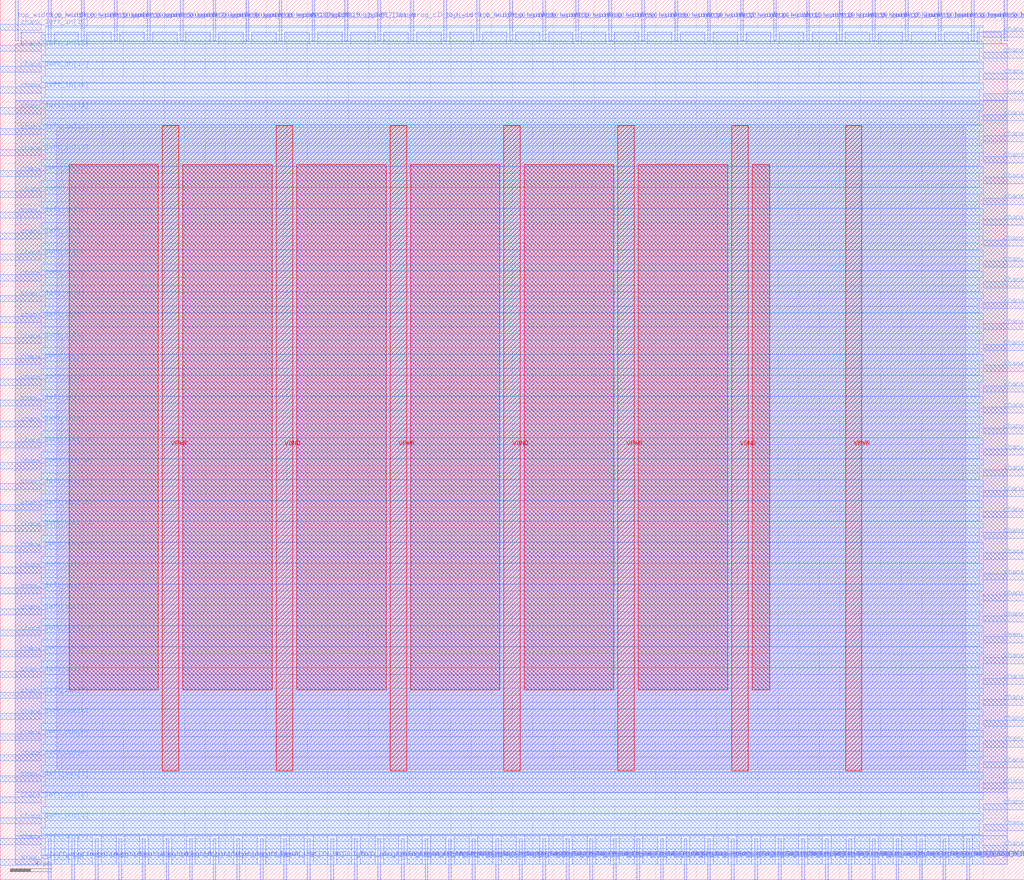
<source format=lef>
VERSION 5.7 ;
  NOWIREEXTENSIONATPIN ON ;
  DIVIDERCHAR "/" ;
  BUSBITCHARS "[]" ;
MACRO cbx_1__0_
  CLASS BLOCK ;
  FOREIGN cbx_1__0_ ;
  ORIGIN 0.000 0.000 ;
  SIZE 100.000 BY 86.000 ;
  PIN IO_ISOL_N
    DIRECTION INPUT ;
    USE SIGNAL ;
    PORT
      LAYER met2 ;
        RECT 36.890 82.000 37.170 86.000 ;
    END
  END IO_ISOL_N
  PIN SC_IN_BOT
    DIRECTION INPUT ;
    USE SIGNAL ;
    PORT
      LAYER met2 ;
        RECT 29.990 0.000 30.270 4.000 ;
    END
  END SC_IN_BOT
  PIN SC_IN_TOP
    DIRECTION INPUT ;
    USE SIGNAL ;
    PORT
      LAYER met2 ;
        RECT 30.450 82.000 30.730 86.000 ;
    END
  END SC_IN_TOP
  PIN SC_OUT_BOT
    DIRECTION OUTPUT TRISTATE ;
    USE SIGNAL ;
    PORT
      LAYER met2 ;
        RECT 32.290 0.000 32.570 4.000 ;
    END
  END SC_OUT_BOT
  PIN SC_OUT_TOP
    DIRECTION OUTPUT TRISTATE ;
    USE SIGNAL ;
    PORT
      LAYER met2 ;
        RECT 33.670 82.000 33.950 86.000 ;
    END
  END SC_OUT_TOP
  PIN VGND
    DIRECTION INOUT ;
    USE GROUND ;
    PORT
      LAYER met4 ;
        RECT 26.960 10.640 28.560 73.680 ;
    END
    PORT
      LAYER met4 ;
        RECT 49.200 10.640 50.800 73.680 ;
    END
    PORT
      LAYER met4 ;
        RECT 71.440 10.640 73.040 73.680 ;
    END
  END VGND
  PIN VPWR
    DIRECTION INOUT ;
    USE POWER ;
    PORT
      LAYER met4 ;
        RECT 15.840 10.640 17.440 73.680 ;
    END
    PORT
      LAYER met4 ;
        RECT 38.080 10.640 39.680 73.680 ;
    END
    PORT
      LAYER met4 ;
        RECT 60.320 10.640 61.920 73.680 ;
    END
    PORT
      LAYER met4 ;
        RECT 82.560 10.640 84.160 73.680 ;
    END
  END VPWR
  PIN bottom_grid_pin_0_
    DIRECTION OUTPUT TRISTATE ;
    USE SIGNAL ;
    PORT
      LAYER met2 ;
        RECT 4.690 0.000 4.970 4.000 ;
    END
  END bottom_grid_pin_0_
  PIN bottom_grid_pin_10_
    DIRECTION OUTPUT TRISTATE ;
    USE SIGNAL ;
    PORT
      LAYER met2 ;
        RECT 16.190 0.000 16.470 4.000 ;
    END
  END bottom_grid_pin_10_
  PIN bottom_grid_pin_12_
    DIRECTION OUTPUT TRISTATE ;
    USE SIGNAL ;
    PORT
      LAYER met2 ;
        RECT 18.490 0.000 18.770 4.000 ;
    END
  END bottom_grid_pin_12_
  PIN bottom_grid_pin_14_
    DIRECTION OUTPUT TRISTATE ;
    USE SIGNAL ;
    PORT
      LAYER met2 ;
        RECT 20.790 0.000 21.070 4.000 ;
    END
  END bottom_grid_pin_14_
  PIN bottom_grid_pin_16_
    DIRECTION OUTPUT TRISTATE ;
    USE SIGNAL ;
    PORT
      LAYER met2 ;
        RECT 23.090 0.000 23.370 4.000 ;
    END
  END bottom_grid_pin_16_
  PIN bottom_grid_pin_2_
    DIRECTION OUTPUT TRISTATE ;
    USE SIGNAL ;
    PORT
      LAYER met2 ;
        RECT 6.990 0.000 7.270 4.000 ;
    END
  END bottom_grid_pin_2_
  PIN bottom_grid_pin_4_
    DIRECTION OUTPUT TRISTATE ;
    USE SIGNAL ;
    PORT
      LAYER met2 ;
        RECT 9.290 0.000 9.570 4.000 ;
    END
  END bottom_grid_pin_4_
  PIN bottom_grid_pin_6_
    DIRECTION OUTPUT TRISTATE ;
    USE SIGNAL ;
    PORT
      LAYER met2 ;
        RECT 11.590 0.000 11.870 4.000 ;
    END
  END bottom_grid_pin_6_
  PIN bottom_grid_pin_8_
    DIRECTION OUTPUT TRISTATE ;
    USE SIGNAL ;
    PORT
      LAYER met2 ;
        RECT 13.890 0.000 14.170 4.000 ;
    END
  END bottom_grid_pin_8_
  PIN ccff_head
    DIRECTION INPUT ;
    USE SIGNAL ;
    PORT
      LAYER met2 ;
        RECT 25.390 0.000 25.670 4.000 ;
    END
  END ccff_head
  PIN ccff_tail
    DIRECTION OUTPUT TRISTATE ;
    USE SIGNAL ;
    PORT
      LAYER met2 ;
        RECT 27.690 0.000 27.970 4.000 ;
    END
  END ccff_tail
  PIN chanx_left_in[0]
    DIRECTION INPUT ;
    USE SIGNAL ;
    PORT
      LAYER met3 ;
        RECT 0.000 44.240 4.000 44.840 ;
    END
  END chanx_left_in[0]
  PIN chanx_left_in[10]
    DIRECTION INPUT ;
    USE SIGNAL ;
    PORT
      LAYER met3 ;
        RECT 0.000 64.640 4.000 65.240 ;
    END
  END chanx_left_in[10]
  PIN chanx_left_in[11]
    DIRECTION INPUT ;
    USE SIGNAL ;
    PORT
      LAYER met3 ;
        RECT 0.000 66.680 4.000 67.280 ;
    END
  END chanx_left_in[11]
  PIN chanx_left_in[12]
    DIRECTION INPUT ;
    USE SIGNAL ;
    PORT
      LAYER met3 ;
        RECT 0.000 68.720 4.000 69.320 ;
    END
  END chanx_left_in[12]
  PIN chanx_left_in[13]
    DIRECTION INPUT ;
    USE SIGNAL ;
    PORT
      LAYER met3 ;
        RECT 0.000 70.760 4.000 71.360 ;
    END
  END chanx_left_in[13]
  PIN chanx_left_in[14]
    DIRECTION INPUT ;
    USE SIGNAL ;
    PORT
      LAYER met3 ;
        RECT 0.000 72.800 4.000 73.400 ;
    END
  END chanx_left_in[14]
  PIN chanx_left_in[15]
    DIRECTION INPUT ;
    USE SIGNAL ;
    PORT
      LAYER met3 ;
        RECT 0.000 74.840 4.000 75.440 ;
    END
  END chanx_left_in[15]
  PIN chanx_left_in[16]
    DIRECTION INPUT ;
    USE SIGNAL ;
    PORT
      LAYER met3 ;
        RECT 0.000 76.880 4.000 77.480 ;
    END
  END chanx_left_in[16]
  PIN chanx_left_in[17]
    DIRECTION INPUT ;
    USE SIGNAL ;
    PORT
      LAYER met3 ;
        RECT 0.000 78.920 4.000 79.520 ;
    END
  END chanx_left_in[17]
  PIN chanx_left_in[18]
    DIRECTION INPUT ;
    USE SIGNAL ;
    PORT
      LAYER met3 ;
        RECT 0.000 80.960 4.000 81.560 ;
    END
  END chanx_left_in[18]
  PIN chanx_left_in[19]
    DIRECTION INPUT ;
    USE SIGNAL ;
    PORT
      LAYER met3 ;
        RECT 0.000 83.000 4.000 83.600 ;
    END
  END chanx_left_in[19]
  PIN chanx_left_in[1]
    DIRECTION INPUT ;
    USE SIGNAL ;
    PORT
      LAYER met3 ;
        RECT 0.000 46.280 4.000 46.880 ;
    END
  END chanx_left_in[1]
  PIN chanx_left_in[2]
    DIRECTION INPUT ;
    USE SIGNAL ;
    PORT
      LAYER met3 ;
        RECT 0.000 48.320 4.000 48.920 ;
    END
  END chanx_left_in[2]
  PIN chanx_left_in[3]
    DIRECTION INPUT ;
    USE SIGNAL ;
    PORT
      LAYER met3 ;
        RECT 0.000 50.360 4.000 50.960 ;
    END
  END chanx_left_in[3]
  PIN chanx_left_in[4]
    DIRECTION INPUT ;
    USE SIGNAL ;
    PORT
      LAYER met3 ;
        RECT 0.000 52.400 4.000 53.000 ;
    END
  END chanx_left_in[4]
  PIN chanx_left_in[5]
    DIRECTION INPUT ;
    USE SIGNAL ;
    PORT
      LAYER met3 ;
        RECT 0.000 54.440 4.000 55.040 ;
    END
  END chanx_left_in[5]
  PIN chanx_left_in[6]
    DIRECTION INPUT ;
    USE SIGNAL ;
    PORT
      LAYER met3 ;
        RECT 0.000 56.480 4.000 57.080 ;
    END
  END chanx_left_in[6]
  PIN chanx_left_in[7]
    DIRECTION INPUT ;
    USE SIGNAL ;
    PORT
      LAYER met3 ;
        RECT 0.000 58.520 4.000 59.120 ;
    END
  END chanx_left_in[7]
  PIN chanx_left_in[8]
    DIRECTION INPUT ;
    USE SIGNAL ;
    PORT
      LAYER met3 ;
        RECT 0.000 60.560 4.000 61.160 ;
    END
  END chanx_left_in[8]
  PIN chanx_left_in[9]
    DIRECTION INPUT ;
    USE SIGNAL ;
    PORT
      LAYER met3 ;
        RECT 0.000 62.600 4.000 63.200 ;
    END
  END chanx_left_in[9]
  PIN chanx_left_out[0]
    DIRECTION OUTPUT TRISTATE ;
    USE SIGNAL ;
    PORT
      LAYER met3 ;
        RECT 0.000 3.440 4.000 4.040 ;
    END
  END chanx_left_out[0]
  PIN chanx_left_out[10]
    DIRECTION OUTPUT TRISTATE ;
    USE SIGNAL ;
    PORT
      LAYER met3 ;
        RECT 0.000 23.840 4.000 24.440 ;
    END
  END chanx_left_out[10]
  PIN chanx_left_out[11]
    DIRECTION OUTPUT TRISTATE ;
    USE SIGNAL ;
    PORT
      LAYER met3 ;
        RECT 0.000 25.880 4.000 26.480 ;
    END
  END chanx_left_out[11]
  PIN chanx_left_out[12]
    DIRECTION OUTPUT TRISTATE ;
    USE SIGNAL ;
    PORT
      LAYER met3 ;
        RECT 0.000 27.920 4.000 28.520 ;
    END
  END chanx_left_out[12]
  PIN chanx_left_out[13]
    DIRECTION OUTPUT TRISTATE ;
    USE SIGNAL ;
    PORT
      LAYER met3 ;
        RECT 0.000 29.960 4.000 30.560 ;
    END
  END chanx_left_out[13]
  PIN chanx_left_out[14]
    DIRECTION OUTPUT TRISTATE ;
    USE SIGNAL ;
    PORT
      LAYER met3 ;
        RECT 0.000 32.000 4.000 32.600 ;
    END
  END chanx_left_out[14]
  PIN chanx_left_out[15]
    DIRECTION OUTPUT TRISTATE ;
    USE SIGNAL ;
    PORT
      LAYER met3 ;
        RECT 0.000 34.040 4.000 34.640 ;
    END
  END chanx_left_out[15]
  PIN chanx_left_out[16]
    DIRECTION OUTPUT TRISTATE ;
    USE SIGNAL ;
    PORT
      LAYER met3 ;
        RECT 0.000 36.080 4.000 36.680 ;
    END
  END chanx_left_out[16]
  PIN chanx_left_out[17]
    DIRECTION OUTPUT TRISTATE ;
    USE SIGNAL ;
    PORT
      LAYER met3 ;
        RECT 0.000 38.120 4.000 38.720 ;
    END
  END chanx_left_out[17]
  PIN chanx_left_out[18]
    DIRECTION OUTPUT TRISTATE ;
    USE SIGNAL ;
    PORT
      LAYER met3 ;
        RECT 0.000 40.160 4.000 40.760 ;
    END
  END chanx_left_out[18]
  PIN chanx_left_out[19]
    DIRECTION OUTPUT TRISTATE ;
    USE SIGNAL ;
    PORT
      LAYER met3 ;
        RECT 0.000 42.200 4.000 42.800 ;
    END
  END chanx_left_out[19]
  PIN chanx_left_out[1]
    DIRECTION OUTPUT TRISTATE ;
    USE SIGNAL ;
    PORT
      LAYER met3 ;
        RECT 0.000 5.480 4.000 6.080 ;
    END
  END chanx_left_out[1]
  PIN chanx_left_out[2]
    DIRECTION OUTPUT TRISTATE ;
    USE SIGNAL ;
    PORT
      LAYER met3 ;
        RECT 0.000 7.520 4.000 8.120 ;
    END
  END chanx_left_out[2]
  PIN chanx_left_out[3]
    DIRECTION OUTPUT TRISTATE ;
    USE SIGNAL ;
    PORT
      LAYER met3 ;
        RECT 0.000 9.560 4.000 10.160 ;
    END
  END chanx_left_out[3]
  PIN chanx_left_out[4]
    DIRECTION OUTPUT TRISTATE ;
    USE SIGNAL ;
    PORT
      LAYER met3 ;
        RECT 0.000 11.600 4.000 12.200 ;
    END
  END chanx_left_out[4]
  PIN chanx_left_out[5]
    DIRECTION OUTPUT TRISTATE ;
    USE SIGNAL ;
    PORT
      LAYER met3 ;
        RECT 0.000 13.640 4.000 14.240 ;
    END
  END chanx_left_out[5]
  PIN chanx_left_out[6]
    DIRECTION OUTPUT TRISTATE ;
    USE SIGNAL ;
    PORT
      LAYER met3 ;
        RECT 0.000 15.680 4.000 16.280 ;
    END
  END chanx_left_out[6]
  PIN chanx_left_out[7]
    DIRECTION OUTPUT TRISTATE ;
    USE SIGNAL ;
    PORT
      LAYER met3 ;
        RECT 0.000 17.720 4.000 18.320 ;
    END
  END chanx_left_out[7]
  PIN chanx_left_out[8]
    DIRECTION OUTPUT TRISTATE ;
    USE SIGNAL ;
    PORT
      LAYER met3 ;
        RECT 0.000 19.760 4.000 20.360 ;
    END
  END chanx_left_out[8]
  PIN chanx_left_out[9]
    DIRECTION OUTPUT TRISTATE ;
    USE SIGNAL ;
    PORT
      LAYER met3 ;
        RECT 0.000 21.800 4.000 22.400 ;
    END
  END chanx_left_out[9]
  PIN chanx_right_in[0]
    DIRECTION INPUT ;
    USE SIGNAL ;
    PORT
      LAYER met3 ;
        RECT 96.000 43.560 100.000 44.160 ;
    END
  END chanx_right_in[0]
  PIN chanx_right_in[10]
    DIRECTION INPUT ;
    USE SIGNAL ;
    PORT
      LAYER met3 ;
        RECT 96.000 63.960 100.000 64.560 ;
    END
  END chanx_right_in[10]
  PIN chanx_right_in[11]
    DIRECTION INPUT ;
    USE SIGNAL ;
    PORT
      LAYER met3 ;
        RECT 96.000 66.000 100.000 66.600 ;
    END
  END chanx_right_in[11]
  PIN chanx_right_in[12]
    DIRECTION INPUT ;
    USE SIGNAL ;
    PORT
      LAYER met3 ;
        RECT 96.000 68.040 100.000 68.640 ;
    END
  END chanx_right_in[12]
  PIN chanx_right_in[13]
    DIRECTION INPUT ;
    USE SIGNAL ;
    PORT
      LAYER met3 ;
        RECT 96.000 70.080 100.000 70.680 ;
    END
  END chanx_right_in[13]
  PIN chanx_right_in[14]
    DIRECTION INPUT ;
    USE SIGNAL ;
    PORT
      LAYER met3 ;
        RECT 96.000 72.120 100.000 72.720 ;
    END
  END chanx_right_in[14]
  PIN chanx_right_in[15]
    DIRECTION INPUT ;
    USE SIGNAL ;
    PORT
      LAYER met3 ;
        RECT 96.000 74.160 100.000 74.760 ;
    END
  END chanx_right_in[15]
  PIN chanx_right_in[16]
    DIRECTION INPUT ;
    USE SIGNAL ;
    PORT
      LAYER met3 ;
        RECT 96.000 76.200 100.000 76.800 ;
    END
  END chanx_right_in[16]
  PIN chanx_right_in[17]
    DIRECTION INPUT ;
    USE SIGNAL ;
    PORT
      LAYER met3 ;
        RECT 96.000 78.240 100.000 78.840 ;
    END
  END chanx_right_in[17]
  PIN chanx_right_in[18]
    DIRECTION INPUT ;
    USE SIGNAL ;
    PORT
      LAYER met3 ;
        RECT 96.000 80.280 100.000 80.880 ;
    END
  END chanx_right_in[18]
  PIN chanx_right_in[19]
    DIRECTION INPUT ;
    USE SIGNAL ;
    PORT
      LAYER met3 ;
        RECT 96.000 82.320 100.000 82.920 ;
    END
  END chanx_right_in[19]
  PIN chanx_right_in[1]
    DIRECTION INPUT ;
    USE SIGNAL ;
    PORT
      LAYER met3 ;
        RECT 96.000 45.600 100.000 46.200 ;
    END
  END chanx_right_in[1]
  PIN chanx_right_in[2]
    DIRECTION INPUT ;
    USE SIGNAL ;
    PORT
      LAYER met3 ;
        RECT 96.000 47.640 100.000 48.240 ;
    END
  END chanx_right_in[2]
  PIN chanx_right_in[3]
    DIRECTION INPUT ;
    USE SIGNAL ;
    PORT
      LAYER met3 ;
        RECT 96.000 49.680 100.000 50.280 ;
    END
  END chanx_right_in[3]
  PIN chanx_right_in[4]
    DIRECTION INPUT ;
    USE SIGNAL ;
    PORT
      LAYER met3 ;
        RECT 96.000 51.720 100.000 52.320 ;
    END
  END chanx_right_in[4]
  PIN chanx_right_in[5]
    DIRECTION INPUT ;
    USE SIGNAL ;
    PORT
      LAYER met3 ;
        RECT 96.000 53.760 100.000 54.360 ;
    END
  END chanx_right_in[5]
  PIN chanx_right_in[6]
    DIRECTION INPUT ;
    USE SIGNAL ;
    PORT
      LAYER met3 ;
        RECT 96.000 55.800 100.000 56.400 ;
    END
  END chanx_right_in[6]
  PIN chanx_right_in[7]
    DIRECTION INPUT ;
    USE SIGNAL ;
    PORT
      LAYER met3 ;
        RECT 96.000 57.840 100.000 58.440 ;
    END
  END chanx_right_in[7]
  PIN chanx_right_in[8]
    DIRECTION INPUT ;
    USE SIGNAL ;
    PORT
      LAYER met3 ;
        RECT 96.000 59.880 100.000 60.480 ;
    END
  END chanx_right_in[8]
  PIN chanx_right_in[9]
    DIRECTION INPUT ;
    USE SIGNAL ;
    PORT
      LAYER met3 ;
        RECT 96.000 61.920 100.000 62.520 ;
    END
  END chanx_right_in[9]
  PIN chanx_right_out[0]
    DIRECTION OUTPUT TRISTATE ;
    USE SIGNAL ;
    PORT
      LAYER met3 ;
        RECT 96.000 2.760 100.000 3.360 ;
    END
  END chanx_right_out[0]
  PIN chanx_right_out[10]
    DIRECTION OUTPUT TRISTATE ;
    USE SIGNAL ;
    PORT
      LAYER met3 ;
        RECT 96.000 23.160 100.000 23.760 ;
    END
  END chanx_right_out[10]
  PIN chanx_right_out[11]
    DIRECTION OUTPUT TRISTATE ;
    USE SIGNAL ;
    PORT
      LAYER met3 ;
        RECT 96.000 25.200 100.000 25.800 ;
    END
  END chanx_right_out[11]
  PIN chanx_right_out[12]
    DIRECTION OUTPUT TRISTATE ;
    USE SIGNAL ;
    PORT
      LAYER met3 ;
        RECT 96.000 27.240 100.000 27.840 ;
    END
  END chanx_right_out[12]
  PIN chanx_right_out[13]
    DIRECTION OUTPUT TRISTATE ;
    USE SIGNAL ;
    PORT
      LAYER met3 ;
        RECT 96.000 29.280 100.000 29.880 ;
    END
  END chanx_right_out[13]
  PIN chanx_right_out[14]
    DIRECTION OUTPUT TRISTATE ;
    USE SIGNAL ;
    PORT
      LAYER met3 ;
        RECT 96.000 31.320 100.000 31.920 ;
    END
  END chanx_right_out[14]
  PIN chanx_right_out[15]
    DIRECTION OUTPUT TRISTATE ;
    USE SIGNAL ;
    PORT
      LAYER met3 ;
        RECT 96.000 33.360 100.000 33.960 ;
    END
  END chanx_right_out[15]
  PIN chanx_right_out[16]
    DIRECTION OUTPUT TRISTATE ;
    USE SIGNAL ;
    PORT
      LAYER met3 ;
        RECT 96.000 35.400 100.000 36.000 ;
    END
  END chanx_right_out[16]
  PIN chanx_right_out[17]
    DIRECTION OUTPUT TRISTATE ;
    USE SIGNAL ;
    PORT
      LAYER met3 ;
        RECT 96.000 37.440 100.000 38.040 ;
    END
  END chanx_right_out[17]
  PIN chanx_right_out[18]
    DIRECTION OUTPUT TRISTATE ;
    USE SIGNAL ;
    PORT
      LAYER met3 ;
        RECT 96.000 39.480 100.000 40.080 ;
    END
  END chanx_right_out[18]
  PIN chanx_right_out[19]
    DIRECTION OUTPUT TRISTATE ;
    USE SIGNAL ;
    PORT
      LAYER met3 ;
        RECT 96.000 41.520 100.000 42.120 ;
    END
  END chanx_right_out[19]
  PIN chanx_right_out[1]
    DIRECTION OUTPUT TRISTATE ;
    USE SIGNAL ;
    PORT
      LAYER met3 ;
        RECT 96.000 4.800 100.000 5.400 ;
    END
  END chanx_right_out[1]
  PIN chanx_right_out[2]
    DIRECTION OUTPUT TRISTATE ;
    USE SIGNAL ;
    PORT
      LAYER met3 ;
        RECT 96.000 6.840 100.000 7.440 ;
    END
  END chanx_right_out[2]
  PIN chanx_right_out[3]
    DIRECTION OUTPUT TRISTATE ;
    USE SIGNAL ;
    PORT
      LAYER met3 ;
        RECT 96.000 8.880 100.000 9.480 ;
    END
  END chanx_right_out[3]
  PIN chanx_right_out[4]
    DIRECTION OUTPUT TRISTATE ;
    USE SIGNAL ;
    PORT
      LAYER met3 ;
        RECT 96.000 10.920 100.000 11.520 ;
    END
  END chanx_right_out[4]
  PIN chanx_right_out[5]
    DIRECTION OUTPUT TRISTATE ;
    USE SIGNAL ;
    PORT
      LAYER met3 ;
        RECT 96.000 12.960 100.000 13.560 ;
    END
  END chanx_right_out[5]
  PIN chanx_right_out[6]
    DIRECTION OUTPUT TRISTATE ;
    USE SIGNAL ;
    PORT
      LAYER met3 ;
        RECT 96.000 15.000 100.000 15.600 ;
    END
  END chanx_right_out[6]
  PIN chanx_right_out[7]
    DIRECTION OUTPUT TRISTATE ;
    USE SIGNAL ;
    PORT
      LAYER met3 ;
        RECT 96.000 17.040 100.000 17.640 ;
    END
  END chanx_right_out[7]
  PIN chanx_right_out[8]
    DIRECTION OUTPUT TRISTATE ;
    USE SIGNAL ;
    PORT
      LAYER met3 ;
        RECT 96.000 19.080 100.000 19.680 ;
    END
  END chanx_right_out[8]
  PIN chanx_right_out[9]
    DIRECTION OUTPUT TRISTATE ;
    USE SIGNAL ;
    PORT
      LAYER met3 ;
        RECT 96.000 21.120 100.000 21.720 ;
    END
  END chanx_right_out[9]
  PIN gfpga_pad_EMBEDDED_IO_HD_SOC_DIR[0]
    DIRECTION OUTPUT TRISTATE ;
    USE SIGNAL ;
    PORT
      LAYER met2 ;
        RECT 34.590 0.000 34.870 4.000 ;
    END
  END gfpga_pad_EMBEDDED_IO_HD_SOC_DIR[0]
  PIN gfpga_pad_EMBEDDED_IO_HD_SOC_DIR[1]
    DIRECTION OUTPUT TRISTATE ;
    USE SIGNAL ;
    PORT
      LAYER met2 ;
        RECT 36.890 0.000 37.170 4.000 ;
    END
  END gfpga_pad_EMBEDDED_IO_HD_SOC_DIR[1]
  PIN gfpga_pad_EMBEDDED_IO_HD_SOC_DIR[2]
    DIRECTION OUTPUT TRISTATE ;
    USE SIGNAL ;
    PORT
      LAYER met2 ;
        RECT 39.190 0.000 39.470 4.000 ;
    END
  END gfpga_pad_EMBEDDED_IO_HD_SOC_DIR[2]
  PIN gfpga_pad_EMBEDDED_IO_HD_SOC_DIR[3]
    DIRECTION OUTPUT TRISTATE ;
    USE SIGNAL ;
    PORT
      LAYER met2 ;
        RECT 41.490 0.000 41.770 4.000 ;
    END
  END gfpga_pad_EMBEDDED_IO_HD_SOC_DIR[3]
  PIN gfpga_pad_EMBEDDED_IO_HD_SOC_DIR[4]
    DIRECTION OUTPUT TRISTATE ;
    USE SIGNAL ;
    PORT
      LAYER met2 ;
        RECT 43.790 0.000 44.070 4.000 ;
    END
  END gfpga_pad_EMBEDDED_IO_HD_SOC_DIR[4]
  PIN gfpga_pad_EMBEDDED_IO_HD_SOC_DIR[5]
    DIRECTION OUTPUT TRISTATE ;
    USE SIGNAL ;
    PORT
      LAYER met2 ;
        RECT 46.090 0.000 46.370 4.000 ;
    END
  END gfpga_pad_EMBEDDED_IO_HD_SOC_DIR[5]
  PIN gfpga_pad_EMBEDDED_IO_HD_SOC_DIR[6]
    DIRECTION OUTPUT TRISTATE ;
    USE SIGNAL ;
    PORT
      LAYER met2 ;
        RECT 48.390 0.000 48.670 4.000 ;
    END
  END gfpga_pad_EMBEDDED_IO_HD_SOC_DIR[6]
  PIN gfpga_pad_EMBEDDED_IO_HD_SOC_DIR[7]
    DIRECTION OUTPUT TRISTATE ;
    USE SIGNAL ;
    PORT
      LAYER met2 ;
        RECT 50.690 0.000 50.970 4.000 ;
    END
  END gfpga_pad_EMBEDDED_IO_HD_SOC_DIR[7]
  PIN gfpga_pad_EMBEDDED_IO_HD_SOC_DIR[8]
    DIRECTION OUTPUT TRISTATE ;
    USE SIGNAL ;
    PORT
      LAYER met2 ;
        RECT 52.990 0.000 53.270 4.000 ;
    END
  END gfpga_pad_EMBEDDED_IO_HD_SOC_DIR[8]
  PIN gfpga_pad_EMBEDDED_IO_HD_SOC_IN[0]
    DIRECTION INPUT ;
    USE SIGNAL ;
    PORT
      LAYER met2 ;
        RECT 55.290 0.000 55.570 4.000 ;
    END
  END gfpga_pad_EMBEDDED_IO_HD_SOC_IN[0]
  PIN gfpga_pad_EMBEDDED_IO_HD_SOC_IN[1]
    DIRECTION INPUT ;
    USE SIGNAL ;
    PORT
      LAYER met2 ;
        RECT 57.590 0.000 57.870 4.000 ;
    END
  END gfpga_pad_EMBEDDED_IO_HD_SOC_IN[1]
  PIN gfpga_pad_EMBEDDED_IO_HD_SOC_IN[2]
    DIRECTION INPUT ;
    USE SIGNAL ;
    PORT
      LAYER met2 ;
        RECT 59.890 0.000 60.170 4.000 ;
    END
  END gfpga_pad_EMBEDDED_IO_HD_SOC_IN[2]
  PIN gfpga_pad_EMBEDDED_IO_HD_SOC_IN[3]
    DIRECTION INPUT ;
    USE SIGNAL ;
    PORT
      LAYER met2 ;
        RECT 62.190 0.000 62.470 4.000 ;
    END
  END gfpga_pad_EMBEDDED_IO_HD_SOC_IN[3]
  PIN gfpga_pad_EMBEDDED_IO_HD_SOC_IN[4]
    DIRECTION INPUT ;
    USE SIGNAL ;
    PORT
      LAYER met2 ;
        RECT 64.490 0.000 64.770 4.000 ;
    END
  END gfpga_pad_EMBEDDED_IO_HD_SOC_IN[4]
  PIN gfpga_pad_EMBEDDED_IO_HD_SOC_IN[5]
    DIRECTION INPUT ;
    USE SIGNAL ;
    PORT
      LAYER met2 ;
        RECT 66.790 0.000 67.070 4.000 ;
    END
  END gfpga_pad_EMBEDDED_IO_HD_SOC_IN[5]
  PIN gfpga_pad_EMBEDDED_IO_HD_SOC_IN[6]
    DIRECTION INPUT ;
    USE SIGNAL ;
    PORT
      LAYER met2 ;
        RECT 69.090 0.000 69.370 4.000 ;
    END
  END gfpga_pad_EMBEDDED_IO_HD_SOC_IN[6]
  PIN gfpga_pad_EMBEDDED_IO_HD_SOC_IN[7]
    DIRECTION INPUT ;
    USE SIGNAL ;
    PORT
      LAYER met2 ;
        RECT 71.390 0.000 71.670 4.000 ;
    END
  END gfpga_pad_EMBEDDED_IO_HD_SOC_IN[7]
  PIN gfpga_pad_EMBEDDED_IO_HD_SOC_IN[8]
    DIRECTION INPUT ;
    USE SIGNAL ;
    PORT
      LAYER met2 ;
        RECT 73.690 0.000 73.970 4.000 ;
    END
  END gfpga_pad_EMBEDDED_IO_HD_SOC_IN[8]
  PIN gfpga_pad_EMBEDDED_IO_HD_SOC_OUT[0]
    DIRECTION OUTPUT TRISTATE ;
    USE SIGNAL ;
    PORT
      LAYER met2 ;
        RECT 75.990 0.000 76.270 4.000 ;
    END
  END gfpga_pad_EMBEDDED_IO_HD_SOC_OUT[0]
  PIN gfpga_pad_EMBEDDED_IO_HD_SOC_OUT[1]
    DIRECTION OUTPUT TRISTATE ;
    USE SIGNAL ;
    PORT
      LAYER met2 ;
        RECT 78.290 0.000 78.570 4.000 ;
    END
  END gfpga_pad_EMBEDDED_IO_HD_SOC_OUT[1]
  PIN gfpga_pad_EMBEDDED_IO_HD_SOC_OUT[2]
    DIRECTION OUTPUT TRISTATE ;
    USE SIGNAL ;
    PORT
      LAYER met2 ;
        RECT 80.590 0.000 80.870 4.000 ;
    END
  END gfpga_pad_EMBEDDED_IO_HD_SOC_OUT[2]
  PIN gfpga_pad_EMBEDDED_IO_HD_SOC_OUT[3]
    DIRECTION OUTPUT TRISTATE ;
    USE SIGNAL ;
    PORT
      LAYER met2 ;
        RECT 82.890 0.000 83.170 4.000 ;
    END
  END gfpga_pad_EMBEDDED_IO_HD_SOC_OUT[3]
  PIN gfpga_pad_EMBEDDED_IO_HD_SOC_OUT[4]
    DIRECTION OUTPUT TRISTATE ;
    USE SIGNAL ;
    PORT
      LAYER met2 ;
        RECT 85.190 0.000 85.470 4.000 ;
    END
  END gfpga_pad_EMBEDDED_IO_HD_SOC_OUT[4]
  PIN gfpga_pad_EMBEDDED_IO_HD_SOC_OUT[5]
    DIRECTION OUTPUT TRISTATE ;
    USE SIGNAL ;
    PORT
      LAYER met2 ;
        RECT 87.490 0.000 87.770 4.000 ;
    END
  END gfpga_pad_EMBEDDED_IO_HD_SOC_OUT[5]
  PIN gfpga_pad_EMBEDDED_IO_HD_SOC_OUT[6]
    DIRECTION OUTPUT TRISTATE ;
    USE SIGNAL ;
    PORT
      LAYER met2 ;
        RECT 89.790 0.000 90.070 4.000 ;
    END
  END gfpga_pad_EMBEDDED_IO_HD_SOC_OUT[6]
  PIN gfpga_pad_EMBEDDED_IO_HD_SOC_OUT[7]
    DIRECTION OUTPUT TRISTATE ;
    USE SIGNAL ;
    PORT
      LAYER met2 ;
        RECT 92.090 0.000 92.370 4.000 ;
    END
  END gfpga_pad_EMBEDDED_IO_HD_SOC_OUT[7]
  PIN gfpga_pad_EMBEDDED_IO_HD_SOC_OUT[8]
    DIRECTION OUTPUT TRISTATE ;
    USE SIGNAL ;
    PORT
      LAYER met2 ;
        RECT 94.390 0.000 94.670 4.000 ;
    END
  END gfpga_pad_EMBEDDED_IO_HD_SOC_OUT[8]
  PIN prog_clk_0_N_in
    DIRECTION INPUT ;
    USE SIGNAL ;
    PORT
      LAYER met2 ;
        RECT 40.110 82.000 40.390 86.000 ;
    END
  END prog_clk_0_N_in
  PIN prog_clk_0_W_out
    DIRECTION OUTPUT TRISTATE ;
    USE SIGNAL ;
    PORT
      LAYER met3 ;
        RECT 0.000 1.400 4.000 2.000 ;
    END
  END prog_clk_0_W_out
  PIN top_width_0_height_0__pin_0_
    DIRECTION INPUT ;
    USE SIGNAL ;
    PORT
      LAYER met2 ;
        RECT 43.330 82.000 43.610 86.000 ;
    END
  END top_width_0_height_0__pin_0_
  PIN top_width_0_height_0__pin_10_
    DIRECTION INPUT ;
    USE SIGNAL ;
    PORT
      LAYER met2 ;
        RECT 59.430 82.000 59.710 86.000 ;
    END
  END top_width_0_height_0__pin_10_
  PIN top_width_0_height_0__pin_11_lower
    DIRECTION OUTPUT TRISTATE ;
    USE SIGNAL ;
    PORT
      LAYER met2 ;
        RECT 98.070 82.000 98.350 86.000 ;
    END
  END top_width_0_height_0__pin_11_lower
  PIN top_width_0_height_0__pin_11_upper
    DIRECTION OUTPUT TRISTATE ;
    USE SIGNAL ;
    PORT
      LAYER met2 ;
        RECT 17.570 82.000 17.850 86.000 ;
    END
  END top_width_0_height_0__pin_11_upper
  PIN top_width_0_height_0__pin_12_
    DIRECTION INPUT ;
    USE SIGNAL ;
    PORT
      LAYER met2 ;
        RECT 62.650 82.000 62.930 86.000 ;
    END
  END top_width_0_height_0__pin_12_
  PIN top_width_0_height_0__pin_13_lower
    DIRECTION OUTPUT TRISTATE ;
    USE SIGNAL ;
    PORT
      LAYER met2 ;
        RECT 72.310 82.000 72.590 86.000 ;
    END
  END top_width_0_height_0__pin_13_lower
  PIN top_width_0_height_0__pin_13_upper
    DIRECTION OUTPUT TRISTATE ;
    USE SIGNAL ;
    PORT
      LAYER met2 ;
        RECT 20.790 82.000 21.070 86.000 ;
    END
  END top_width_0_height_0__pin_13_upper
  PIN top_width_0_height_0__pin_14_
    DIRECTION INPUT ;
    USE SIGNAL ;
    PORT
      LAYER met2 ;
        RECT 65.870 82.000 66.150 86.000 ;
    END
  END top_width_0_height_0__pin_14_
  PIN top_width_0_height_0__pin_15_lower
    DIRECTION OUTPUT TRISTATE ;
    USE SIGNAL ;
    PORT
      LAYER met2 ;
        RECT 75.530 82.000 75.810 86.000 ;
    END
  END top_width_0_height_0__pin_15_lower
  PIN top_width_0_height_0__pin_15_upper
    DIRECTION OUTPUT TRISTATE ;
    USE SIGNAL ;
    PORT
      LAYER met2 ;
        RECT 24.010 82.000 24.290 86.000 ;
    END
  END top_width_0_height_0__pin_15_upper
  PIN top_width_0_height_0__pin_16_
    DIRECTION INPUT ;
    USE SIGNAL ;
    PORT
      LAYER met2 ;
        RECT 69.090 82.000 69.370 86.000 ;
    END
  END top_width_0_height_0__pin_16_
  PIN top_width_0_height_0__pin_17_lower
    DIRECTION OUTPUT TRISTATE ;
    USE SIGNAL ;
    PORT
      LAYER met2 ;
        RECT 78.750 82.000 79.030 86.000 ;
    END
  END top_width_0_height_0__pin_17_lower
  PIN top_width_0_height_0__pin_17_upper
    DIRECTION OUTPUT TRISTATE ;
    USE SIGNAL ;
    PORT
      LAYER met2 ;
        RECT 27.230 82.000 27.510 86.000 ;
    END
  END top_width_0_height_0__pin_17_upper
  PIN top_width_0_height_0__pin_1_lower
    DIRECTION OUTPUT TRISTATE ;
    USE SIGNAL ;
    PORT
      LAYER met2 ;
        RECT 81.970 82.000 82.250 86.000 ;
    END
  END top_width_0_height_0__pin_1_lower
  PIN top_width_0_height_0__pin_1_upper
    DIRECTION OUTPUT TRISTATE ;
    USE SIGNAL ;
    PORT
      LAYER met2 ;
        RECT 1.470 82.000 1.750 86.000 ;
    END
  END top_width_0_height_0__pin_1_upper
  PIN top_width_0_height_0__pin_2_
    DIRECTION INPUT ;
    USE SIGNAL ;
    PORT
      LAYER met2 ;
        RECT 46.550 82.000 46.830 86.000 ;
    END
  END top_width_0_height_0__pin_2_
  PIN top_width_0_height_0__pin_3_lower
    DIRECTION OUTPUT TRISTATE ;
    USE SIGNAL ;
    PORT
      LAYER met2 ;
        RECT 85.190 82.000 85.470 86.000 ;
    END
  END top_width_0_height_0__pin_3_lower
  PIN top_width_0_height_0__pin_3_upper
    DIRECTION OUTPUT TRISTATE ;
    USE SIGNAL ;
    PORT
      LAYER met2 ;
        RECT 4.690 82.000 4.970 86.000 ;
    END
  END top_width_0_height_0__pin_3_upper
  PIN top_width_0_height_0__pin_4_
    DIRECTION INPUT ;
    USE SIGNAL ;
    PORT
      LAYER met2 ;
        RECT 49.770 82.000 50.050 86.000 ;
    END
  END top_width_0_height_0__pin_4_
  PIN top_width_0_height_0__pin_5_lower
    DIRECTION OUTPUT TRISTATE ;
    USE SIGNAL ;
    PORT
      LAYER met2 ;
        RECT 88.410 82.000 88.690 86.000 ;
    END
  END top_width_0_height_0__pin_5_lower
  PIN top_width_0_height_0__pin_5_upper
    DIRECTION OUTPUT TRISTATE ;
    USE SIGNAL ;
    PORT
      LAYER met2 ;
        RECT 7.910 82.000 8.190 86.000 ;
    END
  END top_width_0_height_0__pin_5_upper
  PIN top_width_0_height_0__pin_6_
    DIRECTION INPUT ;
    USE SIGNAL ;
    PORT
      LAYER met2 ;
        RECT 52.990 82.000 53.270 86.000 ;
    END
  END top_width_0_height_0__pin_6_
  PIN top_width_0_height_0__pin_7_lower
    DIRECTION OUTPUT TRISTATE ;
    USE SIGNAL ;
    PORT
      LAYER met2 ;
        RECT 91.630 82.000 91.910 86.000 ;
    END
  END top_width_0_height_0__pin_7_lower
  PIN top_width_0_height_0__pin_7_upper
    DIRECTION OUTPUT TRISTATE ;
    USE SIGNAL ;
    PORT
      LAYER met2 ;
        RECT 11.130 82.000 11.410 86.000 ;
    END
  END top_width_0_height_0__pin_7_upper
  PIN top_width_0_height_0__pin_8_
    DIRECTION INPUT ;
    USE SIGNAL ;
    PORT
      LAYER met2 ;
        RECT 56.210 82.000 56.490 86.000 ;
    END
  END top_width_0_height_0__pin_8_
  PIN top_width_0_height_0__pin_9_lower
    DIRECTION OUTPUT TRISTATE ;
    USE SIGNAL ;
    PORT
      LAYER met2 ;
        RECT 94.850 82.000 95.130 86.000 ;
    END
  END top_width_0_height_0__pin_9_lower
  PIN top_width_0_height_0__pin_9_upper
    DIRECTION OUTPUT TRISTATE ;
    USE SIGNAL ;
    PORT
      LAYER met2 ;
        RECT 14.350 82.000 14.630 86.000 ;
    END
  END top_width_0_height_0__pin_9_upper
  OBS
      LAYER li1 ;
        RECT 5.520 10.795 94.300 73.525 ;
      LAYER met1 ;
        RECT 1.450 8.540 98.370 76.120 ;
      LAYER met2 ;
        RECT 2.030 81.720 4.410 82.805 ;
        RECT 5.250 81.720 7.630 82.805 ;
        RECT 8.470 81.720 10.850 82.805 ;
        RECT 11.690 81.720 14.070 82.805 ;
        RECT 14.910 81.720 17.290 82.805 ;
        RECT 18.130 81.720 20.510 82.805 ;
        RECT 21.350 81.720 23.730 82.805 ;
        RECT 24.570 81.720 26.950 82.805 ;
        RECT 27.790 81.720 30.170 82.805 ;
        RECT 31.010 81.720 33.390 82.805 ;
        RECT 34.230 81.720 36.610 82.805 ;
        RECT 37.450 81.720 39.830 82.805 ;
        RECT 40.670 81.720 43.050 82.805 ;
        RECT 43.890 81.720 46.270 82.805 ;
        RECT 47.110 81.720 49.490 82.805 ;
        RECT 50.330 81.720 52.710 82.805 ;
        RECT 53.550 81.720 55.930 82.805 ;
        RECT 56.770 81.720 59.150 82.805 ;
        RECT 59.990 81.720 62.370 82.805 ;
        RECT 63.210 81.720 65.590 82.805 ;
        RECT 66.430 81.720 68.810 82.805 ;
        RECT 69.650 81.720 72.030 82.805 ;
        RECT 72.870 81.720 75.250 82.805 ;
        RECT 76.090 81.720 78.470 82.805 ;
        RECT 79.310 81.720 81.690 82.805 ;
        RECT 82.530 81.720 84.910 82.805 ;
        RECT 85.750 81.720 88.130 82.805 ;
        RECT 88.970 81.720 91.350 82.805 ;
        RECT 92.190 81.720 94.570 82.805 ;
        RECT 95.410 81.720 97.790 82.805 ;
        RECT 1.480 4.280 98.340 81.720 ;
        RECT 1.480 1.515 4.410 4.280 ;
        RECT 5.250 1.515 6.710 4.280 ;
        RECT 7.550 1.515 9.010 4.280 ;
        RECT 9.850 1.515 11.310 4.280 ;
        RECT 12.150 1.515 13.610 4.280 ;
        RECT 14.450 1.515 15.910 4.280 ;
        RECT 16.750 1.515 18.210 4.280 ;
        RECT 19.050 1.515 20.510 4.280 ;
        RECT 21.350 1.515 22.810 4.280 ;
        RECT 23.650 1.515 25.110 4.280 ;
        RECT 25.950 1.515 27.410 4.280 ;
        RECT 28.250 1.515 29.710 4.280 ;
        RECT 30.550 1.515 32.010 4.280 ;
        RECT 32.850 1.515 34.310 4.280 ;
        RECT 35.150 1.515 36.610 4.280 ;
        RECT 37.450 1.515 38.910 4.280 ;
        RECT 39.750 1.515 41.210 4.280 ;
        RECT 42.050 1.515 43.510 4.280 ;
        RECT 44.350 1.515 45.810 4.280 ;
        RECT 46.650 1.515 48.110 4.280 ;
        RECT 48.950 1.515 50.410 4.280 ;
        RECT 51.250 1.515 52.710 4.280 ;
        RECT 53.550 1.515 55.010 4.280 ;
        RECT 55.850 1.515 57.310 4.280 ;
        RECT 58.150 1.515 59.610 4.280 ;
        RECT 60.450 1.515 61.910 4.280 ;
        RECT 62.750 1.515 64.210 4.280 ;
        RECT 65.050 1.515 66.510 4.280 ;
        RECT 67.350 1.515 68.810 4.280 ;
        RECT 69.650 1.515 71.110 4.280 ;
        RECT 71.950 1.515 73.410 4.280 ;
        RECT 74.250 1.515 75.710 4.280 ;
        RECT 76.550 1.515 78.010 4.280 ;
        RECT 78.850 1.515 80.310 4.280 ;
        RECT 81.150 1.515 82.610 4.280 ;
        RECT 83.450 1.515 84.910 4.280 ;
        RECT 85.750 1.515 87.210 4.280 ;
        RECT 88.050 1.515 89.510 4.280 ;
        RECT 90.350 1.515 91.810 4.280 ;
        RECT 92.650 1.515 94.110 4.280 ;
        RECT 94.950 1.515 98.340 4.280 ;
      LAYER met3 ;
        RECT 4.400 83.320 96.000 83.450 ;
        RECT 4.400 82.600 95.600 83.320 ;
        RECT 4.000 81.960 95.600 82.600 ;
        RECT 4.400 81.920 95.600 81.960 ;
        RECT 4.400 81.280 96.000 81.920 ;
        RECT 4.400 80.560 95.600 81.280 ;
        RECT 4.000 79.920 95.600 80.560 ;
        RECT 4.400 79.880 95.600 79.920 ;
        RECT 4.400 79.240 96.000 79.880 ;
        RECT 4.400 78.520 95.600 79.240 ;
        RECT 4.000 77.880 95.600 78.520 ;
        RECT 4.400 77.840 95.600 77.880 ;
        RECT 4.400 77.200 96.000 77.840 ;
        RECT 4.400 76.480 95.600 77.200 ;
        RECT 4.000 75.840 95.600 76.480 ;
        RECT 4.400 75.800 95.600 75.840 ;
        RECT 4.400 75.160 96.000 75.800 ;
        RECT 4.400 74.440 95.600 75.160 ;
        RECT 4.000 73.800 95.600 74.440 ;
        RECT 4.400 73.760 95.600 73.800 ;
        RECT 4.400 73.120 96.000 73.760 ;
        RECT 4.400 72.400 95.600 73.120 ;
        RECT 4.000 71.760 95.600 72.400 ;
        RECT 4.400 71.720 95.600 71.760 ;
        RECT 4.400 71.080 96.000 71.720 ;
        RECT 4.400 70.360 95.600 71.080 ;
        RECT 4.000 69.720 95.600 70.360 ;
        RECT 4.400 69.680 95.600 69.720 ;
        RECT 4.400 69.040 96.000 69.680 ;
        RECT 4.400 68.320 95.600 69.040 ;
        RECT 4.000 67.680 95.600 68.320 ;
        RECT 4.400 67.640 95.600 67.680 ;
        RECT 4.400 67.000 96.000 67.640 ;
        RECT 4.400 66.280 95.600 67.000 ;
        RECT 4.000 65.640 95.600 66.280 ;
        RECT 4.400 65.600 95.600 65.640 ;
        RECT 4.400 64.960 96.000 65.600 ;
        RECT 4.400 64.240 95.600 64.960 ;
        RECT 4.000 63.600 95.600 64.240 ;
        RECT 4.400 63.560 95.600 63.600 ;
        RECT 4.400 62.920 96.000 63.560 ;
        RECT 4.400 62.200 95.600 62.920 ;
        RECT 4.000 61.560 95.600 62.200 ;
        RECT 4.400 61.520 95.600 61.560 ;
        RECT 4.400 60.880 96.000 61.520 ;
        RECT 4.400 60.160 95.600 60.880 ;
        RECT 4.000 59.520 95.600 60.160 ;
        RECT 4.400 59.480 95.600 59.520 ;
        RECT 4.400 58.840 96.000 59.480 ;
        RECT 4.400 58.120 95.600 58.840 ;
        RECT 4.000 57.480 95.600 58.120 ;
        RECT 4.400 57.440 95.600 57.480 ;
        RECT 4.400 56.800 96.000 57.440 ;
        RECT 4.400 56.080 95.600 56.800 ;
        RECT 4.000 55.440 95.600 56.080 ;
        RECT 4.400 55.400 95.600 55.440 ;
        RECT 4.400 54.760 96.000 55.400 ;
        RECT 4.400 54.040 95.600 54.760 ;
        RECT 4.000 53.400 95.600 54.040 ;
        RECT 4.400 53.360 95.600 53.400 ;
        RECT 4.400 52.720 96.000 53.360 ;
        RECT 4.400 52.000 95.600 52.720 ;
        RECT 4.000 51.360 95.600 52.000 ;
        RECT 4.400 51.320 95.600 51.360 ;
        RECT 4.400 50.680 96.000 51.320 ;
        RECT 4.400 49.960 95.600 50.680 ;
        RECT 4.000 49.320 95.600 49.960 ;
        RECT 4.400 49.280 95.600 49.320 ;
        RECT 4.400 48.640 96.000 49.280 ;
        RECT 4.400 47.920 95.600 48.640 ;
        RECT 4.000 47.280 95.600 47.920 ;
        RECT 4.400 47.240 95.600 47.280 ;
        RECT 4.400 46.600 96.000 47.240 ;
        RECT 4.400 45.880 95.600 46.600 ;
        RECT 4.000 45.240 95.600 45.880 ;
        RECT 4.400 45.200 95.600 45.240 ;
        RECT 4.400 44.560 96.000 45.200 ;
        RECT 4.400 43.840 95.600 44.560 ;
        RECT 4.000 43.200 95.600 43.840 ;
        RECT 4.400 43.160 95.600 43.200 ;
        RECT 4.400 42.520 96.000 43.160 ;
        RECT 4.400 41.800 95.600 42.520 ;
        RECT 4.000 41.160 95.600 41.800 ;
        RECT 4.400 41.120 95.600 41.160 ;
        RECT 4.400 40.480 96.000 41.120 ;
        RECT 4.400 39.760 95.600 40.480 ;
        RECT 4.000 39.120 95.600 39.760 ;
        RECT 4.400 39.080 95.600 39.120 ;
        RECT 4.400 38.440 96.000 39.080 ;
        RECT 4.400 37.720 95.600 38.440 ;
        RECT 4.000 37.080 95.600 37.720 ;
        RECT 4.400 37.040 95.600 37.080 ;
        RECT 4.400 36.400 96.000 37.040 ;
        RECT 4.400 35.680 95.600 36.400 ;
        RECT 4.000 35.040 95.600 35.680 ;
        RECT 4.400 35.000 95.600 35.040 ;
        RECT 4.400 34.360 96.000 35.000 ;
        RECT 4.400 33.640 95.600 34.360 ;
        RECT 4.000 33.000 95.600 33.640 ;
        RECT 4.400 32.960 95.600 33.000 ;
        RECT 4.400 32.320 96.000 32.960 ;
        RECT 4.400 31.600 95.600 32.320 ;
        RECT 4.000 30.960 95.600 31.600 ;
        RECT 4.400 30.920 95.600 30.960 ;
        RECT 4.400 30.280 96.000 30.920 ;
        RECT 4.400 29.560 95.600 30.280 ;
        RECT 4.000 28.920 95.600 29.560 ;
        RECT 4.400 28.880 95.600 28.920 ;
        RECT 4.400 28.240 96.000 28.880 ;
        RECT 4.400 27.520 95.600 28.240 ;
        RECT 4.000 26.880 95.600 27.520 ;
        RECT 4.400 26.840 95.600 26.880 ;
        RECT 4.400 26.200 96.000 26.840 ;
        RECT 4.400 25.480 95.600 26.200 ;
        RECT 4.000 24.840 95.600 25.480 ;
        RECT 4.400 24.800 95.600 24.840 ;
        RECT 4.400 24.160 96.000 24.800 ;
        RECT 4.400 23.440 95.600 24.160 ;
        RECT 4.000 22.800 95.600 23.440 ;
        RECT 4.400 22.760 95.600 22.800 ;
        RECT 4.400 22.120 96.000 22.760 ;
        RECT 4.400 21.400 95.600 22.120 ;
        RECT 4.000 20.760 95.600 21.400 ;
        RECT 4.400 20.720 95.600 20.760 ;
        RECT 4.400 20.080 96.000 20.720 ;
        RECT 4.400 19.360 95.600 20.080 ;
        RECT 4.000 18.720 95.600 19.360 ;
        RECT 4.400 18.680 95.600 18.720 ;
        RECT 4.400 18.040 96.000 18.680 ;
        RECT 4.400 17.320 95.600 18.040 ;
        RECT 4.000 16.680 95.600 17.320 ;
        RECT 4.400 16.640 95.600 16.680 ;
        RECT 4.400 16.000 96.000 16.640 ;
        RECT 4.400 15.280 95.600 16.000 ;
        RECT 4.000 14.640 95.600 15.280 ;
        RECT 4.400 14.600 95.600 14.640 ;
        RECT 4.400 13.960 96.000 14.600 ;
        RECT 4.400 13.240 95.600 13.960 ;
        RECT 4.000 12.600 95.600 13.240 ;
        RECT 4.400 12.560 95.600 12.600 ;
        RECT 4.400 11.920 96.000 12.560 ;
        RECT 4.400 11.200 95.600 11.920 ;
        RECT 4.000 10.560 95.600 11.200 ;
        RECT 4.400 10.520 95.600 10.560 ;
        RECT 4.400 9.880 96.000 10.520 ;
        RECT 4.400 9.160 95.600 9.880 ;
        RECT 4.000 8.520 95.600 9.160 ;
        RECT 4.400 8.480 95.600 8.520 ;
        RECT 4.400 7.840 96.000 8.480 ;
        RECT 4.400 7.120 95.600 7.840 ;
        RECT 4.000 6.480 95.600 7.120 ;
        RECT 4.400 6.440 95.600 6.480 ;
        RECT 4.400 5.800 96.000 6.440 ;
        RECT 4.400 5.080 95.600 5.800 ;
        RECT 4.000 4.440 95.600 5.080 ;
        RECT 4.400 4.400 95.600 4.440 ;
        RECT 4.400 3.760 96.000 4.400 ;
        RECT 4.400 3.040 95.600 3.760 ;
        RECT 4.000 2.400 95.600 3.040 ;
        RECT 4.400 2.360 95.600 2.400 ;
        RECT 4.400 1.535 96.000 2.360 ;
      LAYER met4 ;
        RECT 6.735 18.535 15.440 69.865 ;
        RECT 17.840 18.535 26.560 69.865 ;
        RECT 28.960 18.535 37.680 69.865 ;
        RECT 40.080 18.535 48.800 69.865 ;
        RECT 51.200 18.535 59.920 69.865 ;
        RECT 62.320 18.535 71.040 69.865 ;
        RECT 73.440 18.535 75.145 69.865 ;
  END
END cbx_1__0_
END LIBRARY


</source>
